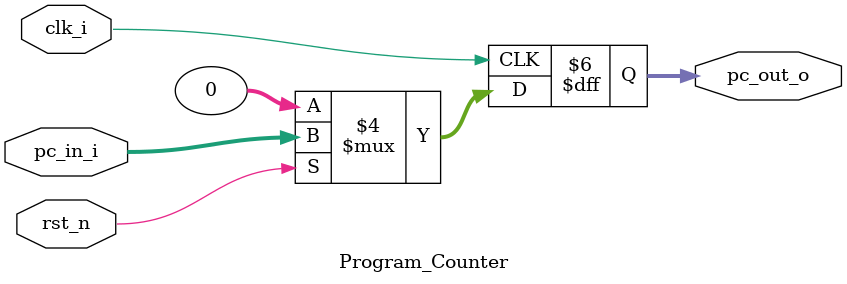
<source format=v>
module Program_Counter( clk_i, rst_n, pc_in_i, pc_out_o );

//I/O ports
input           clk_i;
input	        rst_n;
input  [32-1:0] pc_in_i;
output [32-1:0] pc_out_o;
 
//Internal Signals
reg    [32-1:0] pc_out_o;

//Main function
always @(posedge clk_i) begin
    if(~rst_n)
	    pc_out_o <= 0;
	else
	    pc_out_o <= pc_in_i;
end

endmodule

</source>
